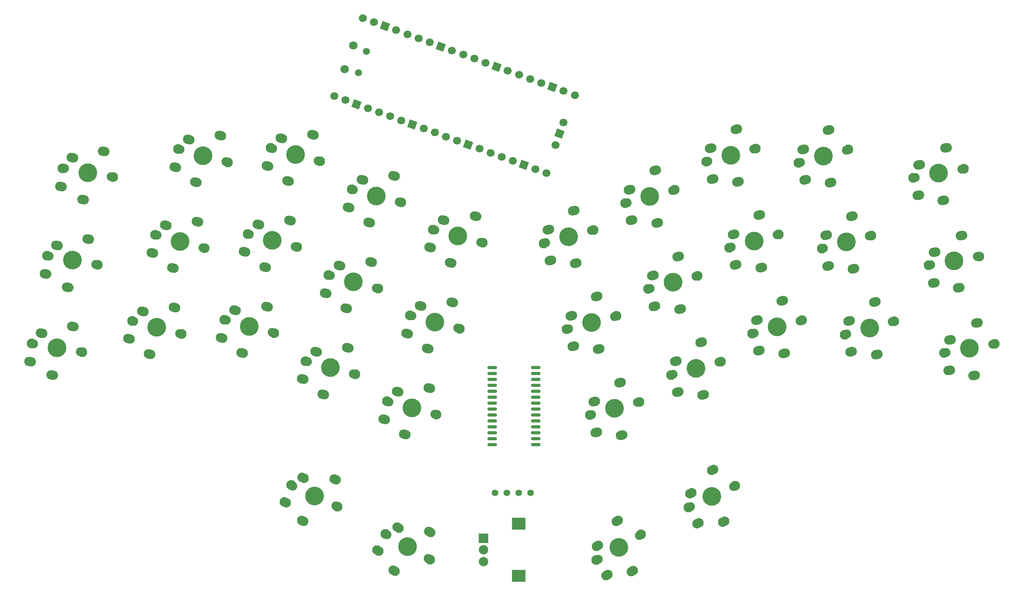
<source format=gbs>
G04 #@! TF.GenerationSoftware,KiCad,Pcbnew,(6.0.4)*
G04 #@! TF.CreationDate,2022-12-01T16:17:54-05:00*
G04 #@! TF.ProjectId,Ostrich,4f737472-6963-4682-9e6b-696361645f70,rev?*
G04 #@! TF.SameCoordinates,Original*
G04 #@! TF.FileFunction,Soldermask,Bot*
G04 #@! TF.FilePolarity,Negative*
%FSLAX46Y46*%
G04 Gerber Fmt 4.6, Leading zero omitted, Abs format (unit mm)*
G04 Created by KiCad (PCBNEW (6.0.4)) date 2022-12-01 16:17:54*
%MOMM*%
%LPD*%
G01*
G04 APERTURE LIST*
G04 Aperture macros list*
%AMRoundRect*
0 Rectangle with rounded corners*
0 $1 Rounding radius*
0 $2 $3 $4 $5 $6 $7 $8 $9 X,Y pos of 4 corners*
0 Add a 4 corners polygon primitive as box body*
4,1,4,$2,$3,$4,$5,$6,$7,$8,$9,$2,$3,0*
0 Add four circle primitives for the rounded corners*
1,1,$1+$1,$2,$3*
1,1,$1+$1,$4,$5*
1,1,$1+$1,$6,$7*
1,1,$1+$1,$8,$9*
0 Add four rect primitives between the rounded corners*
20,1,$1+$1,$2,$3,$4,$5,0*
20,1,$1+$1,$4,$5,$6,$7,0*
20,1,$1+$1,$6,$7,$8,$9,0*
20,1,$1+$1,$8,$9,$2,$3,0*%
%AMHorizOval*
0 Thick line with rounded ends*
0 $1 width*
0 $2 $3 position (X,Y) of the first rounded end (center of the circle)*
0 $4 $5 position (X,Y) of the second rounded end (center of the circle)*
0 Add line between two ends*
20,1,$1,$2,$3,$4,$5,0*
0 Add two circle primitives to create the rounded ends*
1,1,$1,$2,$3*
1,1,$1,$4,$5*%
%AMRotRect*
0 Rectangle, with rotation*
0 The origin of the aperture is its center*
0 $1 length*
0 $2 width*
0 $3 Rotation angle, in degrees counterclockwise*
0 Add horizontal line*
21,1,$1,$2,0,0,$3*%
G04 Aperture macros list end*
%ADD10C,1.900000*%
%ADD11C,2.100000*%
%ADD12C,4.000000*%
%ADD13HorizOval,2.000000X0.226577X-0.105655X-0.226577X0.105655X0*%
%ADD14HorizOval,2.000000X0.241481X0.064705X-0.241481X-0.064705X0*%
%ADD15HorizOval,2.000000X0.241481X-0.064705X-0.241481X0.064705X0*%
%ADD16HorizOval,2.000000X0.216506X-0.125000X-0.216506X0.125000X0*%
%ADD17HorizOval,2.000000X0.246202X0.043412X-0.246202X-0.043412X0*%
%ADD18HorizOval,1.500000X0.000000X0.000000X0.000000X0.000000X0*%
%ADD19HorizOval,1.800000X0.000000X0.000000X0.000000X0.000000X0*%
%ADD20HorizOval,1.700000X0.000000X0.000000X0.000000X0.000000X0*%
%ADD21RotRect,1.700000X1.700000X70.000000*%
%ADD22HorizOval,2.000000X0.246202X-0.043412X-0.246202X0.043412X0*%
%ADD23C,1.397000*%
%ADD24HorizOval,2.000000X0.216506X0.125000X-0.216506X-0.125000X0*%
%ADD25HorizOval,2.000000X0.226577X0.105655X-0.226577X-0.105655X0*%
%ADD26R,2.000000X2.000000*%
%ADD27C,2.000000*%
%ADD28R,3.000000X2.500000*%
%ADD29RoundRect,0.150000X-0.875000X-0.150000X0.875000X-0.150000X0.875000X0.150000X-0.875000X0.150000X0*%
G04 APERTURE END LIST*
D10*
X111609167Y-134533500D03*
D11*
X102020430Y-130062199D03*
D12*
X107005123Y-132386599D03*
D10*
X102401079Y-130239698D03*
D11*
X111989816Y-134710999D03*
D13*
X100734742Y-133765846D03*
X104625541Y-128474402D03*
X104511675Y-137733815D03*
X111454046Y-128856006D03*
D11*
X193968859Y-103602614D03*
D10*
X193563170Y-103711318D03*
D11*
X183343675Y-106449624D03*
D12*
X188656267Y-105026119D03*
D10*
X183749364Y-106340920D03*
D14*
X184739440Y-110113207D03*
X184318689Y-103558768D03*
X189794918Y-99461815D03*
X190183299Y-110725081D03*
D12*
X73294396Y-96268941D03*
D10*
X68387493Y-94954140D03*
D11*
X67981804Y-94845436D03*
D10*
X78201299Y-97583742D03*
D11*
X78606988Y-97692446D03*
D15*
X70271619Y-92829389D03*
X67358780Y-98716075D03*
X77062648Y-92019438D03*
X71767364Y-101967903D03*
D11*
X122206471Y-140508230D03*
D10*
X131369020Y-145798230D03*
X122570202Y-140718230D03*
D11*
X131732751Y-146008230D03*
D12*
X126969611Y-143258230D03*
D16*
X120602881Y-144085729D03*
X124940054Y-139153525D03*
X124019611Y-148367780D03*
X131709316Y-140128821D03*
D12*
X183725764Y-86625232D03*
D10*
X188632667Y-85310431D03*
D11*
X178413172Y-88048737D03*
X189038356Y-85201727D03*
D10*
X178818861Y-87940033D03*
D14*
X179808937Y-91712320D03*
X179388186Y-85157881D03*
X185252796Y-92324194D03*
X184864415Y-81060928D03*
D10*
X252189480Y-99880965D03*
D12*
X247186657Y-100763098D03*
D11*
X252603100Y-99808033D03*
X241770214Y-101718163D03*
D10*
X242183834Y-101645231D03*
D17*
X242841365Y-105489454D03*
X242993473Y-98923286D03*
X248211181Y-106573464D03*
X248805936Y-95319208D03*
D10*
X83131801Y-79182855D03*
D11*
X83537490Y-79291559D03*
D10*
X73317995Y-76553253D03*
D11*
X72912306Y-76444549D03*
D12*
X78224898Y-77868054D03*
D15*
X75202121Y-74428502D03*
X72289282Y-80315188D03*
X76697866Y-83567016D03*
X81993150Y-73618551D03*
D10*
X196167908Y-79084007D03*
D11*
X206387403Y-76345701D03*
D10*
X205981714Y-76454405D03*
D12*
X201074811Y-77769206D03*
D11*
X195762219Y-79192711D03*
D14*
X196737233Y-76301855D03*
X197157984Y-82856294D03*
X202213462Y-72204902D03*
X202601843Y-83468168D03*
D10*
X120262276Y-87817135D03*
X110448470Y-85187533D03*
D11*
X110042781Y-85078829D03*
D12*
X115355373Y-86502334D03*
D11*
X120667965Y-87925839D03*
D15*
X109419757Y-88949468D03*
X112332596Y-83062782D03*
X119123625Y-82252831D03*
X113828341Y-92201296D03*
D11*
X127457567Y-93689509D03*
X138082751Y-96536519D03*
D10*
X127863256Y-93798213D03*
X137677062Y-96427815D03*
D12*
X132770159Y-95113014D03*
D15*
X129747382Y-91673462D03*
X126834543Y-97560148D03*
X131243127Y-100811976D03*
X136538411Y-90863511D03*
D18*
X116461722Y-41715617D03*
X118120520Y-37158108D03*
D19*
X113511847Y-40961204D03*
X115375857Y-35839879D03*
D20*
X111281133Y-46709946D03*
X113667952Y-47578678D03*
D21*
X116054771Y-48447409D03*
D20*
X118441591Y-49316140D03*
X120828410Y-50184871D03*
X123215229Y-51053602D03*
X125602049Y-51922333D03*
D21*
X127988868Y-52791064D03*
D20*
X130375687Y-53659796D03*
X132762506Y-54528527D03*
X135149326Y-55397258D03*
X137536145Y-56265989D03*
D21*
X139922964Y-57134720D03*
D20*
X142309783Y-58003451D03*
X144696603Y-58872183D03*
X147083422Y-59740914D03*
X149470241Y-60609645D03*
D21*
X151857060Y-61478376D03*
D20*
X154243880Y-62347107D03*
X156630699Y-63215838D03*
X162711817Y-46508104D03*
X160324998Y-45639372D03*
D21*
X157938179Y-44770641D03*
D20*
X155551359Y-43901910D03*
X153164540Y-43033179D03*
X150777721Y-42164448D03*
X148390901Y-41295717D03*
D21*
X146004082Y-40426986D03*
D20*
X143617263Y-39558254D03*
X141230444Y-38689523D03*
X138843624Y-37820792D03*
X136456805Y-36952061D03*
D21*
X134069986Y-36083330D03*
D20*
X131683167Y-35214599D03*
X129296347Y-34345867D03*
X126909528Y-33477136D03*
X124522709Y-32608405D03*
D21*
X122135890Y-31739674D03*
D20*
X119749070Y-30870943D03*
X117362251Y-30002212D03*
X158586397Y-57170126D03*
D21*
X159455129Y-54783306D03*
D20*
X160323860Y-52396487D03*
D10*
X201098411Y-97484894D03*
X210912217Y-94855292D03*
D11*
X211317906Y-94746588D03*
D12*
X206005314Y-96170093D03*
D11*
X200692722Y-97593598D03*
D14*
X202088487Y-101257181D03*
X201667736Y-94702742D03*
X207143965Y-90605789D03*
X207532346Y-101869055D03*
D11*
X46478037Y-99685135D03*
D10*
X56897303Y-101522333D03*
D11*
X57310923Y-101595265D03*
D10*
X46891657Y-99758067D03*
D12*
X51894480Y-100640200D03*
D22*
X48583429Y-97477189D03*
X46194733Y-103595345D03*
X55278024Y-96078443D03*
X50869956Y-106450566D03*
D10*
X78248498Y-58152366D03*
D11*
X88467993Y-60890672D03*
X77842809Y-58043662D03*
D12*
X83155401Y-59467167D03*
D10*
X88062304Y-60781968D03*
D15*
X77219785Y-61914301D03*
X80132624Y-56027615D03*
X81628369Y-65166129D03*
X86923653Y-55217664D03*
D10*
X183702164Y-66909544D03*
X173888358Y-69539146D03*
D11*
X184107853Y-66800840D03*
X173482669Y-69647850D03*
D12*
X178795261Y-68224345D03*
D14*
X174457683Y-66756994D03*
X174878434Y-73311433D03*
X180322293Y-73923307D03*
X179933912Y-62660041D03*
D12*
X225786741Y-96391839D03*
D10*
X220879838Y-97706640D03*
D11*
X220474149Y-97815344D03*
D10*
X230693644Y-95077038D03*
D11*
X231099333Y-94968334D03*
D14*
X221449163Y-94924488D03*
X221869914Y-101478927D03*
X226925392Y-90827535D03*
X227313773Y-102090801D03*
D11*
X160998386Y-96659417D03*
D10*
X171217881Y-93921111D03*
D12*
X166310978Y-95235912D03*
D11*
X171623570Y-93812407D03*
D10*
X161404075Y-96550713D03*
D14*
X161973400Y-93768561D03*
X162394151Y-100323000D03*
X167449629Y-89671608D03*
X167838010Y-100934874D03*
D12*
X110424870Y-104903221D03*
D11*
X105112278Y-103479716D03*
D10*
X105517967Y-103588420D03*
X115331773Y-106218022D03*
D11*
X115737462Y-106326726D03*
D15*
X104489254Y-107350355D03*
X107402093Y-101463669D03*
X114193122Y-100653718D03*
X108897838Y-110602183D03*
D10*
X125192778Y-69416248D03*
D12*
X120285875Y-68101447D03*
D11*
X125598467Y-69524952D03*
D10*
X115378972Y-66786646D03*
D11*
X114973283Y-66677942D03*
D15*
X114350259Y-70548581D03*
X117263098Y-64661895D03*
X124054127Y-63851944D03*
X118758843Y-73800409D03*
D11*
X63926918Y-64074090D03*
X53094032Y-62163960D03*
D10*
X53507652Y-62236892D03*
X63513298Y-64001158D03*
D12*
X58510475Y-63119025D03*
D22*
X52810728Y-66074170D03*
X55199424Y-59956014D03*
X57485951Y-68929391D03*
X61894019Y-58557268D03*
D10*
X97982726Y-97361996D03*
X88168920Y-94732394D03*
D11*
X87763231Y-94623690D03*
D12*
X93075823Y-96047195D03*
D11*
X98388415Y-97470700D03*
D15*
X90053046Y-92607643D03*
X87140207Y-98494329D03*
X96844075Y-91797692D03*
X91548791Y-101746157D03*
D11*
X156067883Y-78258530D03*
D12*
X161380475Y-76835025D03*
D11*
X166693067Y-75411520D03*
D10*
X166287378Y-75520224D03*
X156473572Y-78149826D03*
D14*
X157042897Y-75367674D03*
X157463648Y-81922113D03*
X162907507Y-82533987D03*
X162519126Y-71270721D03*
D23*
X145632475Y-131699024D03*
X148172475Y-131699024D03*
X150712475Y-131699024D03*
X153252475Y-131699024D03*
D12*
X137700662Y-76712127D03*
D11*
X143013254Y-78135632D03*
D10*
X142607565Y-78026928D03*
D11*
X132388070Y-75288622D03*
D10*
X132793759Y-75397326D03*
D15*
X134677885Y-73272575D03*
X131765046Y-79159261D03*
X141468914Y-72462624D03*
X136173630Y-82411089D03*
D10*
X102913229Y-78961109D03*
X93099423Y-76331507D03*
D11*
X92693734Y-76222803D03*
X103318918Y-79069813D03*
D12*
X98006326Y-77646308D03*
D15*
X94983549Y-74206756D03*
X92070710Y-80093442D03*
X101774578Y-73396805D03*
X96479294Y-83345270D03*
D10*
X215949336Y-79305753D03*
D11*
X226168831Y-76567447D03*
X215543647Y-79414457D03*
D12*
X220856239Y-77990952D03*
D10*
X225763142Y-76676151D03*
D14*
X216518661Y-76523601D03*
X216939412Y-83078040D03*
X221994890Y-72426648D03*
X222383271Y-83689914D03*
D11*
X176554073Y-112213294D03*
D12*
X171241481Y-113636799D03*
D11*
X165928889Y-115060304D03*
D10*
X166334578Y-114951600D03*
X176148384Y-112321998D03*
D14*
X167324654Y-118723887D03*
X166903903Y-112169448D03*
X172380132Y-108072495D03*
X172768513Y-119335761D03*
D10*
X176510935Y-140841128D03*
D12*
X172111526Y-143381128D03*
D10*
X167712117Y-145921128D03*
D11*
X167348386Y-146131128D03*
X176874666Y-140631128D03*
D24*
X169644796Y-149308627D03*
X167541969Y-143086423D03*
X175061526Y-148490678D03*
X171771231Y-137711719D03*
D11*
X187091321Y-134833897D03*
D10*
X196680058Y-130362596D03*
D12*
X192076014Y-132509497D03*
D11*
X197060707Y-130185097D03*
D10*
X187471970Y-134656398D03*
D25*
X189102056Y-138199451D03*
X187549531Y-131817651D03*
X194569462Y-137856713D03*
X192231135Y-126832003D03*
D11*
X221238328Y-58166559D03*
D10*
X220832639Y-58275263D03*
X211018833Y-60904865D03*
D11*
X210613144Y-61013569D03*
D12*
X215925736Y-59590064D03*
D14*
X212008909Y-64677152D03*
X211588158Y-58122713D03*
X217064387Y-54025760D03*
X217452768Y-65289026D03*
D26*
X143194475Y-141421025D03*
D27*
X143194475Y-146421025D03*
X143194475Y-143921025D03*
D28*
X150694475Y-149521025D03*
X150694475Y-138321025D03*
D10*
X132746559Y-114828702D03*
X122932753Y-112199100D03*
D11*
X122527064Y-112090396D03*
D12*
X127839656Y-113513901D03*
D11*
X133152248Y-114937406D03*
D15*
X124816879Y-110074349D03*
X121904040Y-115961035D03*
X126312624Y-119212863D03*
X131607908Y-109264398D03*
D10*
X50199655Y-80997480D03*
D11*
X49786035Y-80924548D03*
X60618921Y-82834678D03*
D12*
X55202478Y-81879613D03*
D10*
X60205301Y-82761746D03*
D22*
X49502731Y-84834758D03*
X51891427Y-78716602D03*
X58586022Y-77317856D03*
X54177954Y-87689979D03*
D10*
X191237405Y-60683120D03*
D11*
X201456900Y-57944814D03*
D12*
X196144308Y-59368319D03*
D11*
X190831716Y-60791824D03*
D10*
X201051211Y-58053518D03*
D14*
X192227481Y-64455407D03*
X191806730Y-57900968D03*
X197282959Y-53804015D03*
X197671340Y-65067281D03*
D11*
X238462216Y-82957576D03*
D10*
X238875836Y-82884644D03*
D11*
X249295102Y-81047446D03*
D12*
X243878659Y-82002511D03*
D10*
X248881482Y-81120378D03*
D17*
X239533367Y-86728867D03*
X239685475Y-80162699D03*
X245497938Y-76558621D03*
X244903183Y-87812877D03*
D11*
X245987105Y-62286858D03*
D10*
X245573485Y-62359790D03*
D11*
X235154219Y-64196988D03*
D10*
X235567839Y-64124056D03*
D12*
X240570662Y-63241923D03*
D17*
X236225370Y-67968279D03*
X236377478Y-61402111D03*
X241595186Y-69052289D03*
X242189941Y-57798033D03*
D10*
X107843732Y-60560222D03*
D12*
X102936829Y-59245421D03*
D10*
X98029926Y-57930620D03*
D11*
X97624237Y-57821916D03*
X108249421Y-60668926D03*
D15*
X97001213Y-61692555D03*
X99914052Y-55805869D03*
X106705081Y-54995918D03*
X101409797Y-64944383D03*
D29*
X145046475Y-121412025D03*
X145046475Y-120142025D03*
X145046475Y-118872025D03*
X145046475Y-117602025D03*
X145046475Y-116332025D03*
X145046475Y-115062025D03*
X145046475Y-113792025D03*
X145046475Y-112522025D03*
X145046475Y-111252025D03*
X145046475Y-109982025D03*
X145046475Y-108712025D03*
X145046475Y-107442025D03*
X145046475Y-106172025D03*
X145046475Y-104902025D03*
X154346475Y-104902025D03*
X154346475Y-106172025D03*
X154346475Y-107442025D03*
X154346475Y-108712025D03*
X154346475Y-109982025D03*
X154346475Y-111252025D03*
X154346475Y-112522025D03*
X154346475Y-113792025D03*
X154346475Y-115062025D03*
X154346475Y-116332025D03*
X154346475Y-117602025D03*
X154346475Y-118872025D03*
X154346475Y-120142025D03*
X154346475Y-121412025D03*
M02*

</source>
